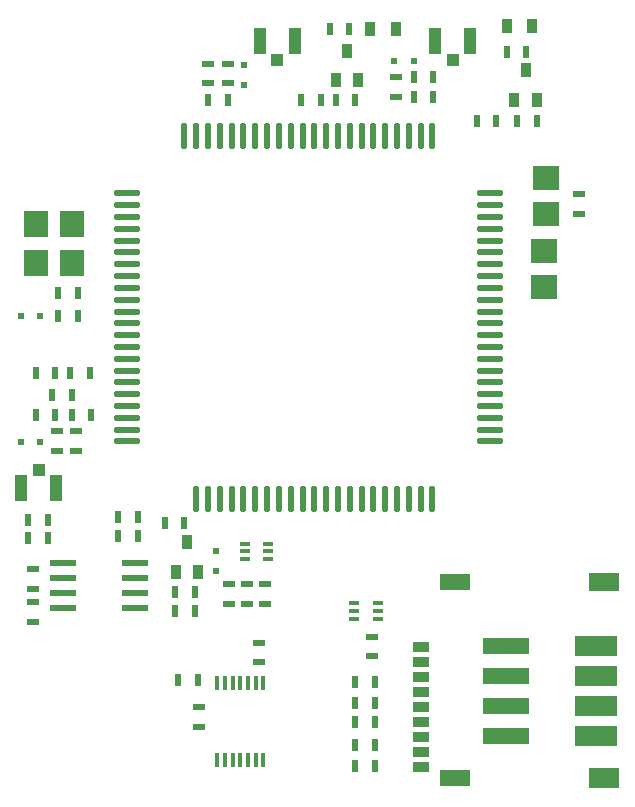
<source format=gbr>
%TF.GenerationSoftware,KiCad,Pcbnew,7.0.8*%
%TF.CreationDate,2024-06-11T21:18:20+02:00*%
%TF.ProjectId,Stima V4 GSM R1_1,5374696d-6120-4563-9420-47534d205231,rev?*%
%TF.SameCoordinates,Original*%
%TF.FileFunction,Paste,Top*%
%TF.FilePolarity,Positive*%
%FSLAX46Y46*%
G04 Gerber Fmt 4.6, Leading zero omitted, Abs format (unit mm)*
G04 Created by KiCad (PCBNEW 7.0.8) date 2024-06-11 21:18:20*
%MOMM*%
%LPD*%
G01*
G04 APERTURE LIST*
%ADD10R,0.600000X1.000000*%
%ADD11R,1.000000X0.600000*%
%ADD12R,3.940000X1.400000*%
%ADD13R,3.580000X1.700000*%
%ADD14R,1.350000X0.900000*%
%ADD15R,2.610000X1.400000*%
%ADD16R,2.610000X1.700000*%
%ADD17R,2.610000X1.500000*%
%ADD18R,0.600000X0.600000*%
%ADD19R,1.000000X1.100000*%
%ADD20R,1.050000X2.200000*%
%ADD21R,0.900000X0.400000*%
%ADD22R,2.200000X0.600000*%
%ADD23R,0.900000X1.270000*%
%ADD24O,0.500000X2.300000*%
%ADD25O,2.300000X0.500000*%
%ADD26R,0.850000X1.300000*%
%ADD27R,2.200000X2.000000*%
%ADD28R,2.000000X2.200000*%
%ADD29R,0.400000X1.300000*%
G04 APERTURE END LIST*
D10*
%TO.C,R9*%
X151993600Y-130340100D03*
X153644600Y-130340100D03*
%TD*%
%TO.C,C2*%
X126593600Y-104305100D03*
X124942600Y-104305100D03*
%TD*%
D11*
%TO.C,C19*%
X170916600Y-87287100D03*
X170916600Y-85636100D03*
%TD*%
D10*
%TO.C,R18*%
X167360600Y-79413100D03*
X165709600Y-79413100D03*
%TD*%
%TO.C,R14*%
X164820600Y-73571100D03*
X166471600Y-73571100D03*
%TD*%
%TO.C,FIL1*%
X126836500Y-95921500D03*
X128487500Y-95921500D03*
%TD*%
D11*
%TO.C,C4*%
X155422600Y-75730100D03*
X155422600Y-77381100D03*
%TD*%
%TO.C,R12*%
X143865600Y-125260100D03*
X143865600Y-123609100D03*
%TD*%
%TO.C,C10*%
X138785600Y-130721100D03*
X138785600Y-129070100D03*
%TD*%
D12*
%TO.C,J1*%
X164795200Y-131508500D03*
D13*
X172415200Y-131508500D03*
D12*
X164795200Y-128968500D03*
D13*
X172415200Y-128968500D03*
D12*
X164795200Y-126428500D03*
D13*
X172415200Y-126428500D03*
D12*
X164795200Y-123888500D03*
D13*
X172415200Y-123888500D03*
D14*
X157556200Y-123990100D03*
X157556200Y-126530100D03*
X157556200Y-129070100D03*
X157556200Y-131610100D03*
X157556200Y-125260100D03*
X157556200Y-127800100D03*
X157556200Y-130340100D03*
X157556200Y-132880100D03*
X157556200Y-134150100D03*
D15*
X160451800Y-135039100D03*
D16*
X173075600Y-135039100D03*
D15*
X160451800Y-118478300D03*
D17*
X173075600Y-118478300D03*
%TD*%
D10*
%TO.C,R13*%
X151993600Y-128689100D03*
X153644600Y-128689100D03*
%TD*%
%TO.C,C5*%
X158597600Y-77381100D03*
X156946600Y-77381100D03*
%TD*%
%TO.C,C11*%
X138658600Y-126784100D03*
X137007600Y-126784100D03*
%TD*%
%TO.C,C16*%
X124307600Y-114719100D03*
X125958600Y-114719100D03*
%TD*%
D18*
%TO.C,DZ1*%
X140182600Y-115862100D03*
X140182600Y-117513100D03*
%TD*%
D10*
%TO.C,C13*%
X133578600Y-114592100D03*
X131927600Y-114592100D03*
%TD*%
%TO.C,C3*%
X137515600Y-113449100D03*
X135864600Y-113449100D03*
%TD*%
%TO.C,C14*%
X133578600Y-112941100D03*
X131927600Y-112941100D03*
%TD*%
%TO.C,R2*%
X158597600Y-75730100D03*
X156946600Y-75730100D03*
%TD*%
D19*
%TO.C,E3_AUX1*%
X145389600Y-74231500D03*
D20*
X143916400Y-72682100D03*
X146862800Y-72682100D03*
%TD*%
D10*
%TO.C,R7*%
X151485600Y-71666100D03*
X149834600Y-71666100D03*
%TD*%
D21*
%TO.C,DZ5*%
X153898600Y-121577100D03*
X153898600Y-120927100D03*
X153898600Y-120277100D03*
X151898600Y-120277100D03*
X151898600Y-120927100D03*
X151898600Y-121577100D03*
%TD*%
D10*
%TO.C,R4*%
X138404600Y-119291100D03*
X136753600Y-119291100D03*
%TD*%
D11*
%TO.C,R5*%
X139547600Y-74587100D03*
X139547600Y-76238100D03*
%TD*%
D10*
%TO.C,C8*%
X139547600Y-77635100D03*
X141198600Y-77635100D03*
%TD*%
%TO.C,R15*%
X151993600Y-134023100D03*
X153644600Y-134023100D03*
%TD*%
D11*
%TO.C,L2*%
X128371600Y-107353100D03*
X128371600Y-105702100D03*
%TD*%
D22*
%TO.C,U5*%
X133324600Y-120688100D03*
X133324600Y-119418100D03*
X133324600Y-118148100D03*
X133324600Y-116878100D03*
X127228600Y-116878100D03*
X127228600Y-118148100D03*
X127228600Y-119418100D03*
X127228600Y-120688100D03*
%TD*%
D11*
%TO.C,L3*%
X126720600Y-107353100D03*
X126720600Y-105702100D03*
%TD*%
D10*
%TO.C,R17*%
X153644600Y-132245100D03*
X151993600Y-132245100D03*
%TD*%
%TO.C,R8*%
X149072600Y-77635100D03*
X147421600Y-77635100D03*
%TD*%
D11*
%TO.C,C7*%
X142849600Y-118656100D03*
X142849600Y-120307100D03*
%TD*%
D10*
%TO.C,R3*%
X129514600Y-100749100D03*
X127863600Y-100749100D03*
%TD*%
D23*
%TO.C,DL1*%
X153263600Y-71666100D03*
X155422600Y-71666100D03*
%TD*%
D24*
%TO.C,U1*%
X138531600Y-111417100D03*
X139531600Y-111417100D03*
X140531600Y-111417100D03*
X141531600Y-111417100D03*
X142531600Y-111417100D03*
X143531600Y-111417100D03*
X144531600Y-111417100D03*
X145531600Y-111417100D03*
X146531600Y-111417100D03*
X147531600Y-111417100D03*
X148531600Y-111417100D03*
X149531600Y-111417100D03*
X150531600Y-111417100D03*
X151531600Y-111417100D03*
X152531600Y-111417100D03*
X153531600Y-111417100D03*
X154531600Y-111417100D03*
X155531600Y-111417100D03*
X156531600Y-111417100D03*
X157531600Y-111417100D03*
D25*
X163381600Y-105567100D03*
X163381600Y-104567100D03*
X163381600Y-103567090D03*
X163381600Y-102567100D03*
X163381600Y-101567100D03*
X163381600Y-100567100D03*
X163381600Y-99567100D03*
X163381600Y-98567100D03*
X163381600Y-97567100D03*
X163381600Y-96567100D03*
X163381600Y-95567100D03*
X163381600Y-94567100D03*
X163381600Y-93567090D03*
X163381600Y-92567100D03*
X163381600Y-91567100D03*
X163381600Y-90567100D03*
X163381600Y-89567100D03*
X163381600Y-88567100D03*
X163381600Y-87567100D03*
X163381600Y-86567100D03*
D24*
X157531600Y-80717090D03*
X156531600Y-80717100D03*
X155531600Y-80717100D03*
X154531600Y-80717100D03*
X153531600Y-80717090D03*
X152531600Y-80717100D03*
X151531600Y-80717100D03*
X150531600Y-80717100D03*
X149531600Y-80717100D03*
X148531600Y-80717100D03*
X147531600Y-80717100D03*
X146531600Y-80717090D03*
X145531600Y-80717100D03*
X144531600Y-80717100D03*
X143531600Y-80717090D03*
X142531600Y-80717100D03*
X141531600Y-80717100D03*
X140531600Y-80717090D03*
X139531600Y-80717100D03*
X138531600Y-80717100D03*
D25*
X132681600Y-86567100D03*
X132681600Y-87567100D03*
X132681600Y-88567100D03*
X132681600Y-89567100D03*
X132681600Y-90567100D03*
X132681600Y-91567100D03*
X132681600Y-92567100D03*
X132681600Y-93567100D03*
X132681600Y-94567100D03*
X132681600Y-95567100D03*
X132681600Y-96567100D03*
X132681600Y-97567100D03*
X132681600Y-98567100D03*
X132681600Y-99567100D03*
X132681600Y-100567100D03*
X132681600Y-101567100D03*
X132681600Y-102567090D03*
X132681600Y-103567100D03*
X132681600Y-104567100D03*
X132681600Y-105567100D03*
D24*
X158531600Y-111417100D03*
X158531600Y-80717100D03*
D25*
X163381600Y-85567100D03*
X163381600Y-106567100D03*
D24*
X137531600Y-80717100D03*
D25*
X132681600Y-106567100D03*
X132681600Y-85567100D03*
%TD*%
D19*
%TO.C,E2_GNSS1*%
X125196600Y-108978700D03*
D20*
X126669800Y-110528100D03*
X123723400Y-110528100D03*
%TD*%
D23*
%TO.C,DL2*%
X164820600Y-71412100D03*
X166979600Y-71412100D03*
%TD*%
D10*
%TO.C,C15*%
X124307600Y-113195100D03*
X125958600Y-113195100D03*
%TD*%
D26*
%TO.C,Q3*%
X165455600Y-77635100D03*
X167355600Y-77635100D03*
X166420800Y-75120500D03*
%TD*%
D18*
%TO.C,DZ3*%
X156946600Y-74333100D03*
X155295600Y-74333100D03*
%TD*%
D19*
%TO.C,E1_MAIN1*%
X160248600Y-74231500D03*
D20*
X158775400Y-72682100D03*
X161721800Y-72682100D03*
%TD*%
D10*
%TO.C,R10*%
X151993600Y-77635100D03*
X150342600Y-77635100D03*
%TD*%
%TO.C,R1*%
X136753600Y-120942100D03*
X138404600Y-120942100D03*
%TD*%
D27*
%TO.C,C17*%
X168122600Y-87287100D03*
X168122600Y-84287100D03*
%TD*%
D18*
%TO.C,DZ6*%
X125323600Y-95923100D03*
X123672600Y-95923100D03*
%TD*%
D10*
%TO.C,R16*%
X163931600Y-79413100D03*
X162280600Y-79413100D03*
%TD*%
D26*
%TO.C,Q2*%
X150342600Y-75984100D03*
X152242600Y-75984100D03*
X151307800Y-73469500D03*
%TD*%
D11*
%TO.C,C6*%
X141325600Y-118656100D03*
X141325600Y-120307100D03*
%TD*%
D10*
%TO.C,R11*%
X151993600Y-126911100D03*
X153644600Y-126911100D03*
%TD*%
%TO.C,C22*%
X128498600Y-94018100D03*
X126847600Y-94018100D03*
%TD*%
D28*
%TO.C,C21*%
X127990600Y-88176100D03*
X124990600Y-88176100D03*
%TD*%
D10*
%TO.C,C1*%
X127990600Y-102654100D03*
X126339600Y-102654100D03*
%TD*%
D29*
%TO.C,U4*%
X140309600Y-133515100D03*
X140959600Y-133515100D03*
X141609600Y-133515100D03*
X142259600Y-133515100D03*
X142909600Y-133515100D03*
X143559600Y-133515100D03*
X144209600Y-133515100D03*
X144209600Y-127015100D03*
X143559600Y-127015100D03*
X142909600Y-127015100D03*
X142259600Y-127015100D03*
X141609600Y-127015100D03*
X140959600Y-127015100D03*
X140309600Y-127015100D03*
%TD*%
D11*
%TO.C,R19*%
X124688600Y-119037100D03*
X124688600Y-117386100D03*
%TD*%
D26*
%TO.C,Q1*%
X136804400Y-117614700D03*
X138704400Y-117614700D03*
X137769600Y-115100100D03*
%TD*%
D10*
%TO.C,L1*%
X124942600Y-100749100D03*
X126593600Y-100749100D03*
%TD*%
D18*
%TO.C,DZ2*%
X125323600Y-106591100D03*
X123672600Y-106591100D03*
%TD*%
D11*
%TO.C,C12*%
X153390600Y-123101100D03*
X153390600Y-124752100D03*
%TD*%
D28*
%TO.C,C20*%
X127990600Y-91478100D03*
X124990600Y-91478100D03*
%TD*%
D11*
%TO.C,R20*%
X124688600Y-121831100D03*
X124688600Y-120180100D03*
%TD*%
%TO.C,R6*%
X144373600Y-118656100D03*
X144373600Y-120307100D03*
%TD*%
D21*
%TO.C,U2*%
X144627600Y-116527100D03*
X144627600Y-115877100D03*
X144627600Y-115227100D03*
X142627600Y-115227100D03*
X142627600Y-115877100D03*
X142627600Y-116527100D03*
%TD*%
D10*
%TO.C,C23*%
X129630500Y-104305100D03*
X127979500Y-104305100D03*
%TD*%
D27*
%TO.C,C18*%
X167995600Y-90462100D03*
X167995600Y-93462100D03*
%TD*%
D11*
%TO.C,C9*%
X141198600Y-74587100D03*
X141198600Y-76238100D03*
%TD*%
D18*
%TO.C,DZ4*%
X142595600Y-74714100D03*
X142595600Y-76365100D03*
%TD*%
M02*

</source>
